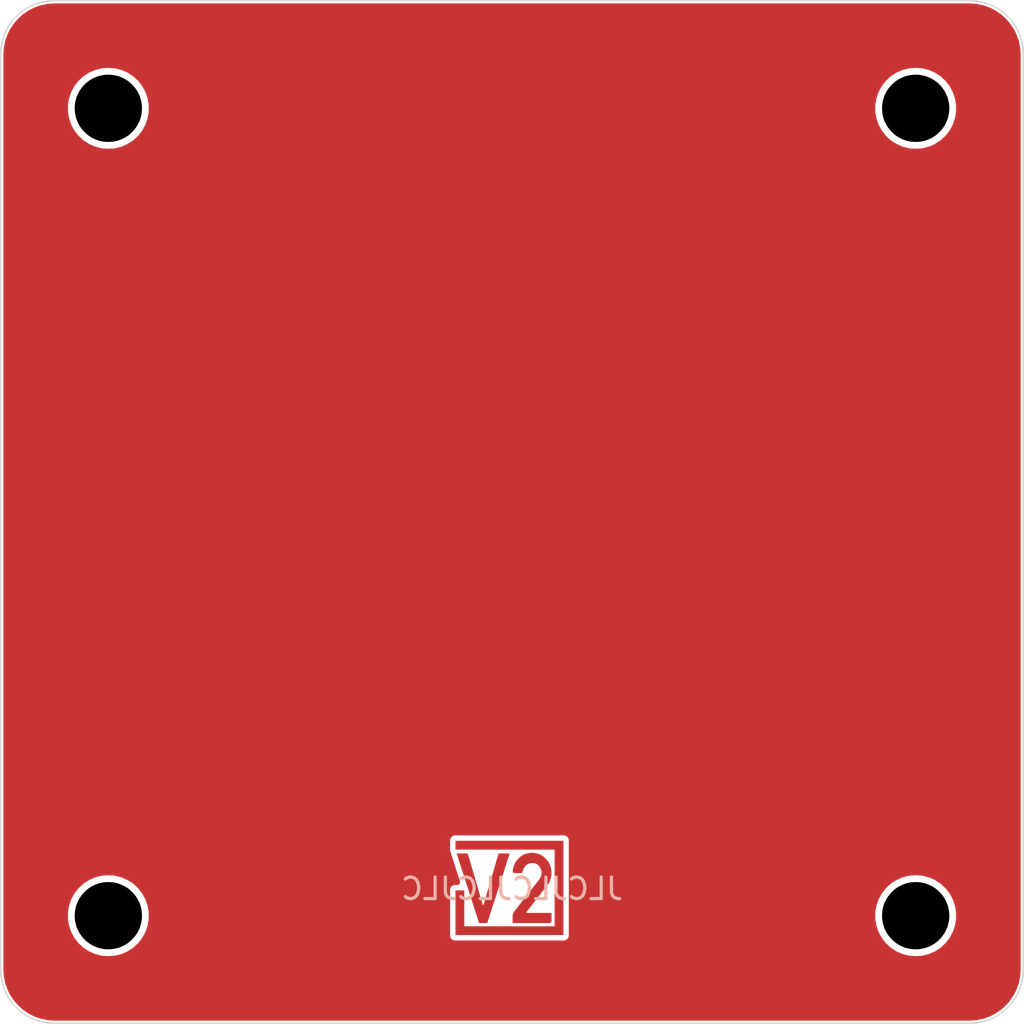
<source format=kicad_pcb>
(kicad_pcb (version 20240108) (generator "pcbnew") (generator_version "8.0")
  (title_block (date "2023-10-11") (rev "1"))
  (layers (0 "F.Cu" signal "Front") (31 "B.Cu" signal "Back") (36 "B.SilkS" user "B.Silkscreen") (37 "F.SilkS" user "F.Silkscreen") (38 "B.Mask" user) (39 "F.Mask" user) (44 "Edge.Cuts" user))
  (property "Order-Number" "JLCJLCJLCJLC")
  (net 0 "")
  (net 1 "GND")
  (footprint "V2_Mechanical:MountingHole_2.5mm" (layer "F.Cu") (at 151 111)
    (property "Reference" "H101" (hide yes))
    (property "Value" "MountingHole_2.5mm" (hide yes))
    (pad "" np_thru_hole circle (at 0 0) (size 2.5 2.5) (drill 2.5) (layers "*.Mask"))
  )
  (footprint "V2_Artwork:Logo_Small" (layer "F.Cu") (at 136 110)
    (property "Reference" "ICON102" (hide yes))
    (property "Value" "V2-logo" (hide yes))
    (fp_poly (pts (xy 1.91 1.7195) (xy -2.1005 1.7195) (xy -2.1005 0.0585) (xy -1.773 0.0585) (xy -1.773 1.392) (xy 1.5825 1.392) (xy 1.5825 -1.4555) (xy -2.1005 -1.4555) (xy -2.1005 -1.783) (xy 1.91 -1.783)) (fill solid) (layer "F.Cu"))
    (fp_poly (pts (xy -1.617677 -1.221322) (xy -1.084635 0.601822) (xy -1.059048 0.604213) (xy -0.526231 -1.218162) (xy -0.494416 -1.314387) (xy -0.190339 -1.314387) (xy -0.085353 -1.31286) (xy -0.918222 1.270316) (xy -1.019731 1.273487) (xy -1.223737 1.273487) (xy -2.056569 -1.309583) (xy -1.95594 -1.314387) (xy -1.651908 -1.314387)) (fill solid) (layer "F.Cu"))
    (fp_poly (pts (xy 0.862421 -1.32688) (xy 0.960344 -1.303887) (xy 1.053932 -1.266924) (xy 1.140943 -1.216397) (xy 1.219701 -1.153847) (xy 1.289786 -1.081749) (xy 1.350542 -1.001625) (xy 1.399768 -0.913898) (xy 1.435918 -0.820016) (xy 1.458468 -0.722) (xy 1.467956 -0.621911) (xy 1.465544 -0.521418) (xy 1.450928 -0.421932) (xy 1.422941 -0.325314) (xy 1.381219 -0.233761) (xy 1.32667 -0.149382) (xy 0.531352 0.87181) (xy 0.569453 0.895459) (xy 1.36796 0.895459) (xy 1.468453 0.900054) (xy 1.468453 1.206089) (xy 1.430088 1.273471) (xy 0.0225 1.273487) (xy 0.0225 0.967661) (xy 0.055771 0.877369) (xy 0.979104 -0.30523) (xy 1.038253 -0.385132) (xy 1.080844 -0.473929) (xy 1.098164 -0.570885) (xy 1.091767 -0.669077) (xy 1.059415 -0.761986) (xy 1.005396 -0.844371) (xy 0.93265 -0.91011) (xy 0.842392 -0.947991) (xy 0.744555 -0.957379) (xy 0.647511 -0.941672) (xy 0.558941 -0.899254) (xy 0.485254 -0.834228) (xy 0.432401 -0.751364) (xy 0.402317 -0.656406) (xy 0.361353 -0.584278) (xy 0.055147 -0.584278) (xy 0.02538 -0.657535) (xy 0.039764 -0.758101) (xy 0.066781 -0.854983) (xy 0.107035 -0.947172) (xy 0.159906 -1.032748) (xy 0.223839 -1.110347) (xy 0.296655 -1.179682) (xy 0.377971 -1.238903) (xy 0.467163 -1.285515) (xy 0.562602 -1.317508) (xy 0.661819 -1.334283) (xy 0.76236 -1.336756)) (fill solid) (layer "F.Cu"))
    (zone (net 0) (net_name "") (layer "F.Cu") (connect_pads (clearance 0)) (min_thickness 0.254)
      (keepout (tracks not_allowed) (vias not_allowed) (pads not_allowed) (copperpour not_allowed) (footprints allowed))
      (fill (thermal_gap 0.508) (thermal_bridge_width 0.508))
      (polygon (pts (xy 133.7775 111.8415) (xy 138.032 111.8415) (xy 138.032 108.095) (xy 133.7775 108.095) (xy 133.7775 108.63475) (xy 134.20295 109.9365) (xy 133.7775 109.9365)))
    )
  )
  (footprint "V2_Mechanical:MountingHole_2.5mm" (layer "F.Cu") (at 121 111)
    (property "Reference" "H104" (hide yes))
    (property "Value" "MountingHole_2.5mm" (hide yes))
    (pad "" np_thru_hole circle (at 0 0) (size 2.5 2.5) (drill 2.5) (layers "*.Mask"))
  )
  (footprint "V2_Mechanical:MountingHole_2.5mm" (layer "F.Cu") (at 151 81)
    (property "Reference" "H102" (hide yes))
    (property "Value" "MountingHole_2.5mm" (hide yes))
    (pad "" np_thru_hole circle (at 0 0) (size 2.5 2.5) (drill 2.5) (layers "*.Mask"))
  )
  (footprint "V2_Mechanical:MountingHole_2.5mm" (layer "F.Cu") (at 121 81)
    (property "Reference" "H103" (hide yes))
    (property "Value" "MountingHole_2.5mm" (hide yes))
    (pad "" np_thru_hole circle (at 0 0) (size 2.5 2.5) (drill 2.5) (layers "*.Mask"))
  )
  (footprint "V2_Production:Order_Number" (layer "B.Cu") (at 136 110 180)
    (property "Reference" "INFO101" (hide yes))
    (property "Value" "ORDER-NUMBER" (hide yes))
    (fp_text user "${Order-Number}" (at 0 0 0) (layer "B.SilkS") (effects (font (size 0.8 0.8) (thickness 0.12)) (justify mirror)))
  )
  (gr_line (start 117 79) (end 117 113) (stroke (width 0.05)) (layer "Edge.Cuts"))
  (gr_line (start 119 77) (end 153 77) (stroke (width 0.05)) (layer "Edge.Cuts"))
  (gr_line (start 155 79) (end 155 113) (stroke (width 0.05)) (layer "Edge.Cuts"))
  (gr_arc (start 119 115) (mid 117.585786 114.414214) (end 117 113) (stroke (width 0.05)) (layer "Edge.Cuts"))
  (gr_arc (start 155 113) (mid 154.414214 114.414214) (end 153 115) (stroke (width 0.05)) (layer "Edge.Cuts"))
  (gr_arc (start 117 79) (mid 117.585786 77.585786) (end 119 77) (stroke (width 0.05)) (layer "Edge.Cuts"))
  (gr_arc (start 153 77) (mid 154.414214 77.585786) (end 155 79) (stroke (width 0.05)) (layer "Edge.Cuts"))
  (gr_line (start 119 115) (end 153 115) (stroke (width 0.05)) (layer "Edge.Cuts"))
  (zone (net 1) (net_name "GND") (layer "F.Cu") (priority 1) (connect_pads yes (clearance 0.2)) (min_thickness 0.2) (fill yes (thermal_gap 0.508) (thermal_bridge_width 0.508))
    (polygon (pts (xy 155 115) (xy 117 115) (xy 117 77) (xy 155 77)))
  )
)
</source>
